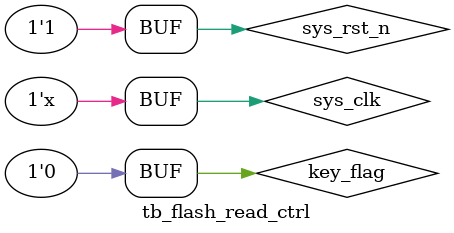
<source format=v>
`timescale 1ns/1ns
module  tb_flash_read_ctrl();

reg     sys_clk  ;
reg     sys_rst_n;
reg     key_flag ;

wire    cs_n   ;
wire    sck    ;
wire    mosi   ;
wire    miso   ;
wire    [7:0]   pi_data;
wire            pi_flag;

initial
    begin
        sys_clk = 1'b1;
        sys_rst_n   <=  1'b0;
        key_flag    <=  1'b0;
        #30
        sys_rst_n   <=  1'b1;
        #1000
        key_flag    <=  1'b1;
        #20
        key_flag    <=  1'b0;
    end

always #10 sys_clk = ~sys_clk;

defparam memory.mem_access.initfile = "initmemory.txt";
defparam flash_read_ctrl_inst.WAIT_MAX = 100;

flash_read_ctrl   flash_read_ctrl_inst
(
    .sys_clk     (sys_clk),
    .sys_rst_n   (sys_rst_n),
    .key_flag    (key_flag),
    .miso        (miso),

    .cs_n        (cs_n),
    .sck         (sck),
    .mosi        (mosi),
    .pi_data     (pi_data),
    .pi_flag     (pi_flag)
);

m25p16 memory 
(
    .c          (sck    ),
    .data_in    (mosi   ),
    .s          (cs_n   ),
    .w          (1'b1   ),
    .hold       (1'b1   ),
    .data_out   (miso)
); 

endmodule

</source>
